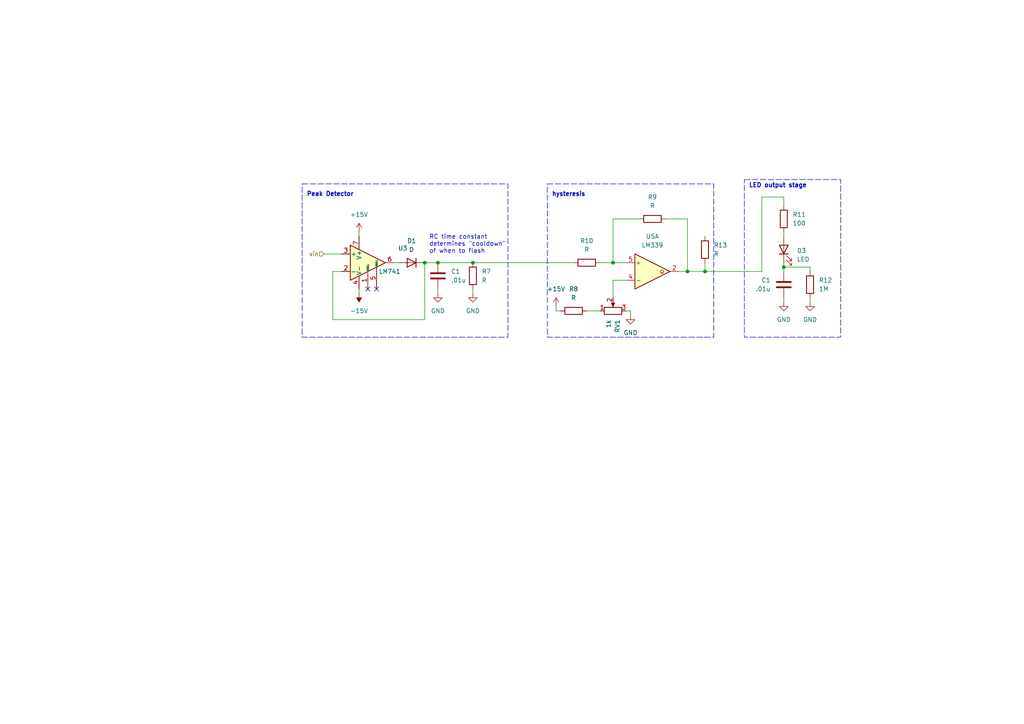
<source format=kicad_sch>
(kicad_sch (version 20230121) (generator eeschema)
  (paper "A4")
  (lib_symbols
    (symbol "Amplifier_Operational:LM741" (pin_names (offset 0.127))
      (property "Reference" "U" (at 0 6.35 0))
      (property "Value" "LM741" (at 0 3.81 0))
      (symbol "LM741_0_1"
        (polyline (pts (xy -5.08 5.08) (xy 5.08 0) (xy -5.08 -5.08) (xy -5.08 5.08)) (stroke (width 0.254)) (fill (type background)))
      )
      (symbol "LM741_1_1"
        (pin input line (at 0 -7.62 90) (length 5.08) (name "NULL") (number "1"))
        (pin input line (at -7.62 -2.54 0) (length 2.54) (name "-") (number "2"))
        (pin input line (at -7.62 2.54 0) (length 2.54) (name "+") (number "3"))
        (pin power_in line (at -2.54 -7.62 90) (length 3.81) (name "V-") (number "4"))
        (pin input line (at 2.54 -7.62 90) (length 6.35) (name "NULL") (number "5"))
        (pin output line (at 7.62 0 180) (length 2.54) (name "~") (number "6"))
        (pin power_in line (at -2.54 7.62 270) (length 3.81) (name "V+") (number "7"))
        (pin no_connect line (at 0 2.54 270) (length 2.54) hide (name "NC") (number "8"))
      )
    )
    (symbol "Comparator:LM339" (pin_names (offset 0.127))
      (property "Reference" "U" (at 0 5.08 0))
      (property "Value" "LM339" (at 0 -5.08 0))
      (symbol "LM339_1_1"
        (polyline (pts (xy -5.08 5.08) (xy 5.08 0) (xy -5.08 -5.08) (xy -5.08 5.08)) (stroke (width 0.254)) (fill (type background)))
        (polyline (pts (xy 3.302 -0.508) (xy 2.794 -0.508) (xy 3.302 0) (xy 2.794 0.508) (xy 2.286 0) (xy 2.794 -0.508) (xy 2.286 -0.508)) (stroke (width 0.127)))
        (pin open_collector line (at 7.62 0 180) (length 2.54) (name "~") (number "2"))
        (pin input line (at -7.62 -2.54 0) (length 2.54) (name "-") (number "4"))
        (pin input line (at -7.62 2.54 0) (length 2.54) (name "+") (number "5"))
      )
      (symbol "LM339_2_1"
        (polyline (pts (xy -5.08 5.08) (xy 5.08 0) (xy -5.08 -5.08) (xy -5.08 5.08)) (stroke (width 0.254)) (fill (type background)))
        (polyline (pts (xy 3.302 -0.508) (xy 2.794 -0.508) (xy 3.302 0) (xy 2.794 0.508) (xy 2.286 0) (xy 2.794 -0.508) (xy 2.286 -0.508)) (stroke (width 0.127)))
        (pin open_collector line (at 7.62 0 180) (length 2.54) (name "~") (number "1"))
        (pin input line (at -7.62 -2.54 0) (length 2.54) (name "-") (number "6"))
        (pin input line (at -7.62 2.54 0) (length 2.54) (name "+") (number "7"))
      )
      (symbol "LM339_3_1"
        (polyline (pts (xy -5.08 5.08) (xy 5.08 0) (xy -5.08 -5.08) (xy -5.08 5.08)) (stroke (width 0.254)) (fill (type background)))
        (polyline (pts (xy 3.302 -0.508) (xy 2.794 -0.508) (xy 3.302 0) (xy 2.794 0.508) (xy 2.286 0) (xy 2.794 -0.508) (xy 2.286 -0.508)) (stroke (width 0.127)))
        (pin input line (at -7.62 -2.54 0) (length 2.54) (name "-") (number "10"))
        (pin input line (at -7.62 2.54 0) (length 2.54) (name "+") (number "11"))
        (pin open_collector line (at 7.62 0 180) (length 2.54) (name "~") (number "13"))
      )
      (symbol "LM339_4_1"
        (polyline (pts (xy -5.08 5.08) (xy 5.08 0) (xy -5.08 -5.08) (xy -5.08 5.08)) (stroke (width 0.254)) (fill (type background)))
        (polyline (pts (xy 3.302 -0.508) (xy 2.794 -0.508) (xy 3.302 0) (xy 2.794 0.508) (xy 2.286 0) (xy 2.794 -0.508) (xy 2.286 -0.508)) (stroke (width 0.127)))
        (pin open_collector line (at 7.62 0 180) (length 2.54) (name "~") (number "14"))
        (pin input line (at -7.62 -2.54 0) (length 2.54) (name "-") (number "8"))
        (pin input line (at -7.62 2.54 0) (length 2.54) (name "+") (number "9"))
      )
      (symbol "LM339_5_1"
        (pin power_in line (at -2.54 -7.62 90) (length 3.81) (name "V-") (number "12"))
        (pin power_in line (at -2.54 7.62 270) (length 3.81) (name "V+") (number "3"))
      )
    )
    (symbol "Device:C" (pin_numbers hide) (pin_names (offset 0.254))
      (property "Reference" "C" (at 0.635 2.54 0))
      (property "Value" "C" (at 0.635 -2.54 0))
      (symbol "C_0_1"
        (polyline (pts (xy -2.032 -0.762) (xy 2.032 -0.762)) (stroke (width 0.508)))
        (polyline (pts (xy -2.032 0.762) (xy 2.032 0.762)) (stroke (width 0.508)))
      )
      (symbol "C_1_1"
        (pin passive line (at 0 3.81 270) (length 2.794) (name "~") (number "1"))
        (pin passive line (at 0 -3.81 90) (length 2.794) (name "~") (number "2"))
      )
    )
    (symbol "Device:D" (pin_numbers hide) (pin_names (offset 1.016) hide)
      (property "Reference" "D" (at 0 2.54 0))
      (property "Value" "D" (at 0 -2.54 0))
      (symbol "D_0_1"
        (polyline (pts (xy -1.27 1.27) (xy -1.27 -1.27)) (stroke (width 0.254)))
        (polyline (pts (xy 1.27 0) (xy -1.27 0)))
        (polyline (pts (xy 1.27 1.27) (xy 1.27 -1.27) (xy -1.27 0) (xy 1.27 1.27)) (stroke (width 0.254)))
      )
      (symbol "D_1_1"
        (pin passive line (at -3.81 0 0) (length 2.54) (name "K") (number "1"))
        (pin passive line (at 3.81 0 180) (length 2.54) (name "A") (number "2"))
      )
    )
    (symbol "Device:LED" (pin_numbers hide) (pin_names (offset 1.016) hide)
      (property "Reference" "D" (at 0 2.54 0))
      (property "Value" "LED" (at 0 -2.54 0))
      (symbol "LED_0_1"
        (polyline (pts (xy -1.27 -1.27) (xy -1.27 1.27)) (stroke (width 0.254)))
        (polyline (pts (xy -1.27 0) (xy 1.27 0)))
        (polyline (pts (xy 1.27 -1.27) (xy 1.27 1.27) (xy -1.27 0) (xy 1.27 -1.27)) (stroke (width 0.254)))
        (polyline (pts (xy -3.048 -0.762) (xy -4.572 -2.286) (xy -3.81 -2.286) (xy -4.572 -2.286) (xy -4.572 -1.524)))
        (polyline (pts (xy -1.778 -0.762) (xy -3.302 -2.286) (xy -2.54 -2.286) (xy -3.302 -2.286) (xy -3.302 -1.524)))
      )
      (symbol "LED_1_1"
        (pin passive line (at -3.81 0 0) (length 2.54) (name "K") (number "1"))
        (pin passive line (at 3.81 0 180) (length 2.54) (name "A") (number "2"))
      )
    )
    (symbol "Device:R" (pin_numbers hide) (pin_names (offset 0))
      (property "Reference" "R" (at 2.032 0 90))
      (property "Value" "R" (at 0 0 90))
      (symbol "R_0_1"
        (rectangle (start -1.016 -2.54) (end 1.016 2.54) (stroke (width 0.254)))
      )
      (symbol "R_1_1"
        (pin passive line (at 0 3.81 270) (length 1.27) (name "~") (number "1"))
        (pin passive line (at 0 -3.81 90) (length 1.27) (name "~") (number "2"))
      )
    )
    (symbol "Device:R_Potentiometer" (pin_names (offset 1.016) hide)
      (property "Reference" "RV" (at -4.445 0 90))
      (property "Value" "R_Potentiometer" (at -2.54 0 90))
      (symbol "R_Potentiometer_0_1"
        (polyline (pts (xy 2.54 0) (xy 1.524 0)))
        (polyline (pts (xy 1.143 0) (xy 2.286 0.508) (xy 2.286 -0.508) (xy 1.143 0)) (fill (type outline)))
        (rectangle (start 1.016 2.54) (end -1.016 -2.54) (stroke (width 0.254)))
      )
      (symbol "R_Potentiometer_1_1"
        (pin passive line (at 0 3.81 270) (length 1.27) (name "1") (number "1"))
        (pin passive line (at 3.81 0 180) (length 1.27) (name "2") (number "2"))
        (pin passive line (at 0 -3.81 90) (length 1.27) (name "3") (number "3"))
      )
    )
    (symbol "power:+15V" (power) (pin_names (offset 0))
      (property "Value" "+15V" (at 0 3.556 0))
      (symbol "+15V_0_1"
        (polyline (pts (xy -0.762 1.27) (xy 0 2.54)))
        (polyline (pts (xy 0 0) (xy 0 2.54)))
        (polyline (pts (xy 0 2.54) (xy 0.762 1.27)))
      )
      (symbol "+15V_1_1"
        (pin power_in line (at 0 0 90) (length 0) hide (name "+15V") (number "1"))
      )
    )
    (symbol "power:-15V" (power) (pin_names (offset 0))
      (property "Value" "-15V" (at 0 3.81 0))
      (symbol "-15V_0_0"
        (pin power_in line (at 0 0 90) (length 0) hide (name "-15V") (number "1"))
      )
      (symbol "-15V_0_1"
        (polyline (pts (xy 0 0) (xy 0 1.27) (xy 0.762 1.27) (xy 0 2.54) (xy -0.762 1.27) (xy 0 1.27)) (fill (type outline)))
      )
    )
    (symbol "power:GND" (power) (pin_names (offset 0))
      (property "Value" "GND" (at 0 -3.81 0))
      (symbol "GND_0_1"
        (polyline (pts (xy 0 0) (xy 0 -1.27) (xy 1.27 -1.27) (xy 0 -2.54) (xy -1.27 -1.27) (xy 0 -1.27)))
      )
      (symbol "GND_1_1"
        (pin power_in line (at 0 0 270) (length 0) hide (name "GND") (number "1"))
      )
    )
  )
  (junction (at 227.33 77.47))
  (junction (at 127 76.2))
  (junction (at 137.16 76.2))
  (junction (at 177.8 76.2))
  (junction (at 123.19 76.2))
  (junction (at 199.39 78.74))
  (junction (at 204.47 78.74))
  (no_connect (at 106.68 83.82))
  (no_connect (at 109.22 83.82))
  (wire (pts (xy 170.18 90.17) (xy 173.99 90.17)))
  (wire (pts (xy 227.33 57.15) (xy 227.33 59.69)))
  (wire (pts (xy 220.98 57.15) (xy 227.33 57.15)))
  (wire (pts (xy 127 76.2) (xy 137.16 76.2)))
  (wire (pts (xy 96.52 78.74) (xy 99.06 78.74)))
  (wire (pts (xy 161.29 90.17) (xy 162.56 90.17)))
  (wire (pts (xy 234.95 77.47) (xy 234.95 78.74)))
  (wire (pts (xy 104.14 67.31) (xy 104.14 68.58)))
  (wire (pts (xy 104.14 83.82) (xy 104.14 85.09)))
  (wire (pts (xy 193.04 63.5) (xy 199.39 63.5)))
  (wire (pts (xy 96.52 92.71) (xy 96.52 78.74)))
  (wire (pts (xy 161.29 88.9) (xy 161.29 90.17)))
  (wire (pts (xy 227.33 86.36) (xy 227.33 87.63)))
  (wire (pts (xy 204.47 78.74) (xy 220.98 78.74)))
  (wire (pts (xy 234.95 86.36) (xy 234.95 87.63)))
  (wire (pts (xy 123.19 92.71) (xy 96.52 92.71)))
  (wire (pts (xy 93.98 73.66) (xy 99.06 73.66)))
  (wire (pts (xy 204.47 76.2) (xy 204.47 78.74)))
  (wire (pts (xy 199.39 63.5) (xy 199.39 78.74)))
  (wire (pts (xy 199.39 78.74) (xy 204.47 78.74)))
  (wire (pts (xy 199.39 78.74) (xy 196.85 78.74)))
  (wire (pts (xy 177.8 81.28) (xy 181.61 81.28)))
  (wire (pts (xy 181.61 76.2) (xy 177.8 76.2)))
  (wire (pts (xy 137.16 83.82) (xy 137.16 85.09)))
  (wire (pts (xy 227.33 76.2) (xy 227.33 77.47)))
  (wire (pts (xy 123.19 76.2) (xy 127 76.2)))
  (wire (pts (xy 127 83.82) (xy 127 85.09)))
  (wire (pts (xy 227.33 77.47) (xy 227.33 78.74)))
  (wire (pts (xy 177.8 63.5) (xy 185.42 63.5)))
  (wire (pts (xy 137.16 76.2) (xy 166.37 76.2)))
  (wire (pts (xy 123.19 76.2) (xy 123.19 92.71)))
  (wire (pts (xy 182.88 90.17) (xy 181.61 90.17)))
  (wire (pts (xy 177.8 86.36) (xy 177.8 81.28)))
  (wire (pts (xy 227.33 77.47) (xy 234.95 77.47)))
  (wire (pts (xy 182.88 91.44) (xy 182.88 90.17)))
  (wire (pts (xy 220.98 78.74) (xy 220.98 57.15)))
  (wire (pts (xy 227.33 67.31) (xy 227.33 68.58)))
  (wire (pts (xy 114.3 76.2) (xy 115.57 76.2)))
  (wire (pts (xy 177.8 76.2) (xy 173.99 76.2)))
  (wire (pts (xy 177.8 76.2) (xy 177.8 63.5)))
  (rectangle (start 158.75 53.34) (end 207.01 97.79) (stroke (width 0) (type dash)))
  (rectangle (start 215.9 52.07) (end 243.84 97.79) (stroke (width 0) (type dash)))
  (rectangle (start 87.63 53.34) (end 147.32 97.79) (stroke (width 0) (type dash)))
  (text "RC time constant\ndetermines \"cooldown\" \nof when to flash" (at 124.46 73.66 0) (effects (font (size 1.27 1.27)) (justify left bottom)))
  (text "Peak Detector" (at 88.9 57.15 0) (effects (font (size 1.27 1.27) (thickness 0.254) bold) (justify left bottom)))
  (text "LED output stage" (at 217.17 54.61 0) (effects (font (size 1.27 1.27) (thickness 0.254) bold) (justify left bottom)))
  (text "hysteresis" (at 160.02 57.15 0) (effects (font (size 1.27 1.27) (thickness 0.254) bold) (justify left bottom)))
  (hierarchical_label "vin" (shape input) (at 93.98 73.66 180))
  (symbol (lib_id "Comparator:LM339") (at 189.23 78.74 0) (unit 1)
    (property "Reference" "U5" (at 189.23 68.58 0))
    (property "Value" "LM339" (at 189.23 71.12 0))
    (property "Datasheet" "https://www.st.com/resource/en/datasheet/lm139.pdf" (effects hide))
  )
  (symbol (lib_id "Device:R") (at 189.23 63.5 90) (unit 1)
    (property "Reference" "R9" (at 189.23 57.15 90))
    (property "Value" "R" (at 189.23 59.69 90))
  )
  (symbol (lib_id "power:+15V") (at 161.29 88.9 0) (unit 1)
    (property "Reference" "#PWR09" (effects hide))
    (property "Value" "+15V" (at 161.29 83.82 0))
    (instances (project "Lab03" (path "" (reference "#PWR09") (unit 1)) (path "" (reference "#PWR016") (unit 1))))
  )
  (symbol (lib_id "power:GND") (at 227.33 87.63 0) (unit 1)
    (property "Reference" "#PWR07" (effects hide))
    (property "Value" "GND" (at 227.33 92.71 0))
    (instances (project "Lab03" (path "" (reference "#PWR07") (unit 1)) (path "" (reference "#PWR017") (unit 1))))
  )
  (symbol (lib_id "power:-15V") (at 104.14 85.09 180) (unit 1)
    (property "Reference" "#PWR010" (effects hide))
    (property "Value" "-15V" (at 104.14 90.17 0))
    (instances (project "Lab03" (path "" (reference "#PWR010") (unit 1)) (path "" (reference "#PWR012") (unit 1))))
  )
  (symbol (lib_id "power:GND") (at 182.88 91.44 0) (unit 1)
    (property "Reference" "#PWR07" (effects hide))
    (property "Value" "GND" (at 182.88 96.52 0))
    (instances (project "Lab03" (path "" (reference "#PWR07") (unit 1)) (path "" (reference "#PWR015") (unit 1))))
  )
  (symbol (lib_id "Device:C") (at 127 80.01 0) (unit 1)
    (property "Reference" "C1" (at 130.81 78.74 0) (effects (justify left)))
    (property "Value" ".01u" (at 130.81 81.28 0) (effects (justify left)))
    (instances (project "Lab03" (path "" (reference "C1") (unit 1)) (path "" (reference "C2") (unit 1))))
  )
  (symbol (lib_id "Device:R") (at 234.95 82.55 180) (unit 1)
    (property "Reference" "R12" (at 237.49 81.28 0) (effects (justify right)))
    (property "Value" "1M" (at 237.49 83.82 0) (effects (justify right)))
  )
  (symbol (lib_id "Device:R") (at 227.33 63.5 180) (unit 1)
    (property "Reference" "R11" (at 229.87 62.23 0) (effects (justify right)))
    (property "Value" "100" (at 229.87 64.77 0) (effects (justify right)))
  )
  (symbol (lib_id "Device:R_Potentiometer") (at 177.8 90.17 90) (unit 1)
    (property "Reference" "RV1" (at 179.07 92.71 0) (effects (justify right)))
    (property "Value" "1k" (at 176.53 92.71 0) (effects (justify right)))
    (instances (project "Lab03" (path "" (reference "RV1") (unit 1)) (path "" (reference "RV3") (unit 1))))
  )
  (symbol (lib_id "power:GND") (at 234.95 87.63 0) (unit 1)
    (property "Reference" "#PWR07" (effects hide))
    (property "Value" "GND" (at 234.95 92.71 0))
    (instances (project "Lab03" (path "" (reference "#PWR07") (unit 1)) (path "" (reference "#PWR018") (unit 1))))
  )
  (symbol (lib_id "Device:R") (at 137.16 80.01 0) (unit 1)
    (property "Reference" "R7" (at 139.7 78.74 0) (effects (justify left)))
    (property "Value" "R" (at 139.7 81.28 0) (effects (justify left)))
  )
  (symbol (lib_id "Device:LED") (at 227.33 72.39 90) (unit 1)
    (property "Reference" "D3" (at 231.14 72.7075 90) (effects (justify right)))
    (property "Value" "LED" (at 231.14 75.2475 90) (effects (justify right)))
  )
  (symbol (lib_id "Device:D") (at 119.38 76.2 180) (unit 1)
    (property "Reference" "D1" (at 119.38 69.85 0))
    (property "Value" "D" (at 119.38 72.39 0))
    (property "Sim.Device" "D" (effects hide))
    (property "Sim.Pins" "1=K 2=A" (effects hide))
    (instances (project "Lab03" (path "" (reference "D1") (unit 1)) (path "" (reference "D2") (unit 1))))
  )
  (symbol (lib_id "power:+15V") (at 104.14 67.31 0) (unit 1)
    (property "Reference" "#PWR09" (effects hide))
    (property "Value" "+15V" (at 104.14 62.23 0))
    (instances (project "Lab03" (path "" (reference "#PWR09") (unit 1)) (path "" (reference "#PWR011") (unit 1))))
  )
  (symbol (lib_id "power:GND") (at 127 85.09 0) (unit 1)
    (property "Reference" "#PWR07" (effects hide))
    (property "Value" "GND" (at 127 90.17 0))
    (instances (project "Lab03" (path "" (reference "#PWR07") (unit 1)) (path "" (reference "#PWR013") (unit 1))))
  )
  (symbol (lib_id "Device:R") (at 166.37 90.17 90) (unit 1)
    (property "Reference" "R8" (at 166.37 83.82 90))
    (property "Value" "R" (at 166.37 86.36 90))
  )
  (symbol (lib_id "Device:R") (at 170.18 76.2 90) (unit 1)
    (property "Reference" "R10" (at 170.18 69.85 90))
    (property "Value" "R" (at 170.18 72.39 90))
  )
  (symbol (lib_id "power:GND") (at 137.16 85.09 0) (unit 1)
    (property "Reference" "#PWR07" (effects hide))
    (property "Value" "GND" (at 137.16 90.17 0))
    (instances (project "Lab03" (path "" (reference "#PWR07") (unit 1)) (path "" (reference "#PWR014") (unit 1))))
  )
  (symbol (lib_id "Amplifier_Operational:LM741") (at 106.68 76.2 0) (unit 1)
    (property "Reference" "U3" (at 116.84 72.0091 0))
    (property "Value" "LM741" (at 113.03 78.74 0))
    (property "Datasheet" "http://www.ti.com/lit/ds/symlink/lm741.pdf" (effects hide))
    (instances (project "Lab03" (path "" (reference "U3") (unit 1)) (path "" (reference "U4") (unit 1))))
  )
  (symbol (lib_id "Device:R") (at 204.47 72.39 180) (unit 1)
    (property "Reference" "R13" (at 207.01 71.12 0) (effects (justify right)))
    (property "Value" "R" (at 207.01 73.66 0) (effects (justify right)))
  )
  (symbol (lib_id "Device:C") (at 227.33 82.55 0) (mirror y) (unit 1)
    (property "Reference" "C1" (at 223.52 81.28 0) (effects (justify left)))
    (property "Value" ".01u" (at 223.52 83.82 0) (effects (justify left)))
    (instances (project "Lab03" (path "" (reference "C1") (unit 1)) (path "" (reference "C3") (unit 1))))
  )
)
</source>
